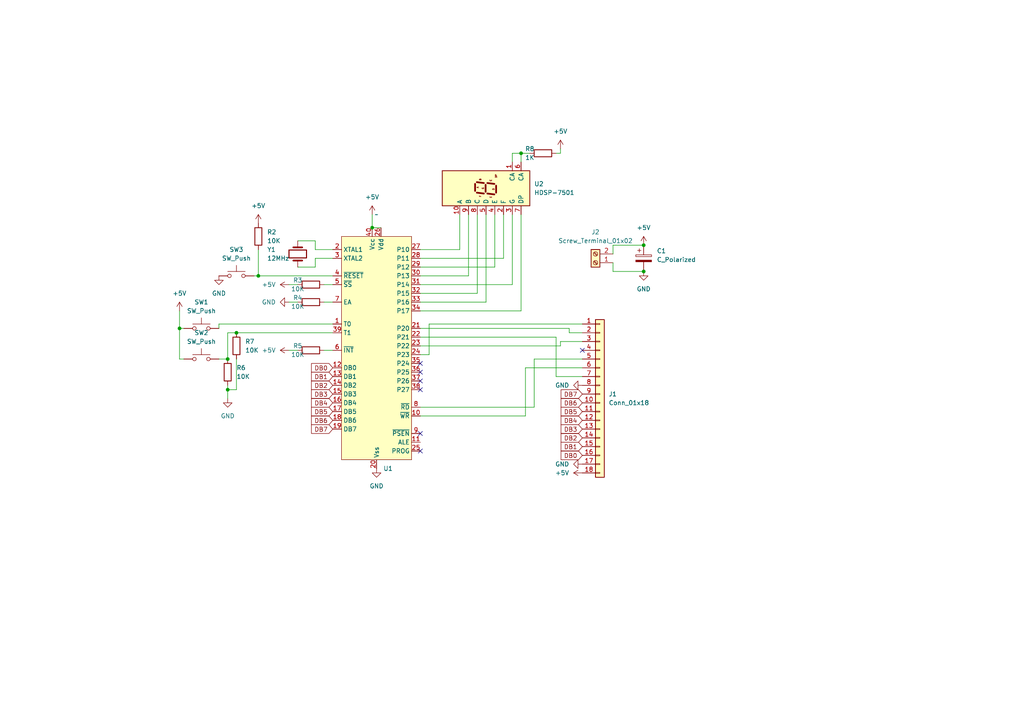
<source format=kicad_sch>
(kicad_sch (version 20230121) (generator eeschema)
  (paper "A4")
  (lib_symbols
    (symbol "Connector:Screw_Terminal_01x02" (pin_names (offset 1.016) hide)
      (property "Reference" "J" (at 0 2.54 0))
      (property "Value" "Screw_Terminal_01x02" (at 0 -5.08 0))
      (symbol "Screw_Terminal_01x02_1_1"
        (rectangle (start -1.27 1.27) (end 1.27 -3.81) (stroke (width 0.254)) (fill (type background)))
        (circle (center 0 -2.54) (radius 0.635) (stroke (width 0.1524)))
        (polyline (pts (xy -0.5334 -2.2098) (xy 0.3302 -3.048)) (stroke (width 0.1524)))
        (polyline (pts (xy -0.5334 0.3302) (xy 0.3302 -0.508)) (stroke (width 0.1524)))
        (polyline (pts (xy -0.3556 -2.032) (xy 0.508 -2.8702)) (stroke (width 0.1524)))
        (polyline (pts (xy -0.3556 0.508) (xy 0.508 -0.3302)) (stroke (width 0.1524)))
        (circle (center 0 0) (radius 0.635) (stroke (width 0.1524)))
        (pin passive line (at -5.08 0 0) (length 3.81) (name "Pin_1") (number "1"))
        (pin passive line (at -5.08 -2.54 0) (length 3.81) (name "Pin_2") (number "2"))
      )
    )
    (symbol "Connector_Generic:Conn_01x18" (pin_names (offset 1.016) hide)
      (property "Reference" "J" (at 0 22.86 0))
      (property "Value" "Conn_01x18" (at 0 -25.4 0))
      (symbol "Conn_01x18_1_1"
        (rectangle (start -1.27 -22.733) (end 0 -22.987) (stroke (width 0.1524)))
        (rectangle (start -1.27 -20.193) (end 0 -20.447) (stroke (width 0.1524)))
        (rectangle (start -1.27 -17.653) (end 0 -17.907) (stroke (width 0.1524)))
        (rectangle (start -1.27 -15.113) (end 0 -15.367) (stroke (width 0.1524)))
        (rectangle (start -1.27 -12.573) (end 0 -12.827) (stroke (width 0.1524)))
        (rectangle (start -1.27 -10.033) (end 0 -10.287) (stroke (width 0.1524)))
        (rectangle (start -1.27 -7.493) (end 0 -7.747) (stroke (width 0.1524)))
        (rectangle (start -1.27 -4.953) (end 0 -5.207) (stroke (width 0.1524)))
        (rectangle (start -1.27 -2.413) (end 0 -2.667) (stroke (width 0.1524)))
        (rectangle (start -1.27 0.127) (end 0 -0.127) (stroke (width 0.1524)))
        (rectangle (start -1.27 2.667) (end 0 2.413) (stroke (width 0.1524)))
        (rectangle (start -1.27 5.207) (end 0 4.953) (stroke (width 0.1524)))
        (rectangle (start -1.27 7.747) (end 0 7.493) (stroke (width 0.1524)))
        (rectangle (start -1.27 10.287) (end 0 10.033) (stroke (width 0.1524)))
        (rectangle (start -1.27 12.827) (end 0 12.573) (stroke (width 0.1524)))
        (rectangle (start -1.27 15.367) (end 0 15.113) (stroke (width 0.1524)))
        (rectangle (start -1.27 17.907) (end 0 17.653) (stroke (width 0.1524)))
        (rectangle (start -1.27 20.447) (end 0 20.193) (stroke (width 0.1524)))
        (rectangle (start -1.27 21.59) (end 1.27 -24.13) (stroke (width 0.254)) (fill (type background)))
        (pin passive line (at -5.08 20.32 0) (length 3.81) (name "Pin_1") (number "1"))
        (pin passive line (at -5.08 -2.54 0) (length 3.81) (name "Pin_10") (number "10"))
        (pin passive line (at -5.08 -5.08 0) (length 3.81) (name "Pin_11") (number "11"))
        (pin passive line (at -5.08 -7.62 0) (length 3.81) (name "Pin_12") (number "12"))
        (pin passive line (at -5.08 -10.16 0) (length 3.81) (name "Pin_13") (number "13"))
        (pin passive line (at -5.08 -12.7 0) (length 3.81) (name "Pin_14") (number "14"))
        (pin passive line (at -5.08 -15.24 0) (length 3.81) (name "Pin_15") (number "15"))
        (pin passive line (at -5.08 -17.78 0) (length 3.81) (name "Pin_16") (number "16"))
        (pin passive line (at -5.08 -20.32 0) (length 3.81) (name "Pin_17") (number "17"))
        (pin passive line (at -5.08 -22.86 0) (length 3.81) (name "Pin_18") (number "18"))
        (pin passive line (at -5.08 17.78 0) (length 3.81) (name "Pin_2") (number "2"))
        (pin passive line (at -5.08 15.24 0) (length 3.81) (name "Pin_3") (number "3"))
        (pin passive line (at -5.08 12.7 0) (length 3.81) (name "Pin_4") (number "4"))
        (pin passive line (at -5.08 10.16 0) (length 3.81) (name "Pin_5") (number "5"))
        (pin passive line (at -5.08 7.62 0) (length 3.81) (name "Pin_6") (number "6"))
        (pin passive line (at -5.08 5.08 0) (length 3.81) (name "Pin_7") (number "7"))
        (pin passive line (at -5.08 2.54 0) (length 3.81) (name "Pin_8") (number "8"))
        (pin passive line (at -5.08 0 0) (length 3.81) (name "Pin_9") (number "9"))
      )
    )
    (symbol "Device:C_Polarized" (pin_numbers hide) (pin_names (offset 0.254))
      (property "Reference" "C" (at 0.635 2.54 0))
      (property "Value" "C_Polarized" (at 0.635 -2.54 0))
      (symbol "C_Polarized_0_1"
        (rectangle (start -2.286 0.508) (end 2.286 1.016))
        (polyline (pts (xy -1.778 2.286) (xy -0.762 2.286)))
        (polyline (pts (xy -1.27 2.794) (xy -1.27 1.778)))
        (rectangle (start 2.286 -0.508) (end -2.286 -1.016) (fill (type outline)))
      )
      (symbol "C_Polarized_1_1"
        (pin passive line (at 0 3.81 270) (length 2.794) (name "~") (number "1"))
        (pin passive line (at 0 -3.81 90) (length 2.794) (name "~") (number "2"))
      )
    )
    (symbol "Device:Crystal" (pin_numbers hide) (pin_names (offset 1.016) hide)
      (property "Reference" "Y" (at 0 3.81 0))
      (property "Value" "Crystal" (at 0 -3.81 0))
      (symbol "Crystal_0_1"
        (rectangle (start -1.143 2.54) (end 1.143 -2.54) (stroke (width 0.3048)))
        (polyline (pts (xy -2.54 0) (xy -1.905 0)))
        (polyline (pts (xy -1.905 -1.27) (xy -1.905 1.27)) (stroke (width 0.508)))
        (polyline (pts (xy 1.905 -1.27) (xy 1.905 1.27)) (stroke (width 0.508)))
        (polyline (pts (xy 2.54 0) (xy 1.905 0)))
      )
      (symbol "Crystal_1_1"
        (pin passive line (at -3.81 0 0) (length 1.27) (name "1") (number "1"))
        (pin passive line (at 3.81 0 180) (length 1.27) (name "2") (number "2"))
      )
    )
    (symbol "Device:R" (pin_numbers hide) (pin_names (offset 0))
      (property "Reference" "R" (at 2.032 0 90))
      (property "Value" "R" (at 0 0 90))
      (symbol "R_0_1"
        (rectangle (start -1.016 -2.54) (end 1.016 2.54) (stroke (width 0.254)))
      )
      (symbol "R_1_1"
        (pin passive line (at 0 3.81 270) (length 1.27) (name "~") (number "1"))
        (pin passive line (at 0 -3.81 90) (length 1.27) (name "~") (number "2"))
      )
    )
    (symbol "Display_Character:HDSP-7501"
      (property "Reference" "U" (at -3.81 13.97 0))
      (property "Value" "HDSP-7501" (at 6.35 13.97 0))
      (symbol "HDSP-7501_1_0"
        (text "A" (at 0.254 2.413 0) (effects (font (size 0.508 0.508))))
        (text "B" (at 2.54 1.651 0) (effects (font (size 0.508 0.508))))
        (text "C" (at 2.286 -1.397 0) (effects (font (size 0.508 0.508))))
        (text "D" (at -0.254 -2.159 0) (effects (font (size 0.508 0.508))))
        (text "DP" (at 3.556 -2.921 0) (effects (font (size 0.508 0.508))))
        (text "E" (at -2.54 -1.397 0) (effects (font (size 0.508 0.508))))
        (text "F" (at -2.286 1.651 0) (effects (font (size 0.508 0.508))))
        (text "G" (at 0 0.889 0) (effects (font (size 0.508 0.508))))
      )
      (symbol "HDSP-7501_1_1"
        (rectangle (start -5.08 12.7) (end 5.08 -12.7) (stroke (width 0.254)) (fill (type background)))
        (polyline (pts (xy -1.524 -0.381) (xy -1.778 -2.413)) (stroke (width 0.508)))
        (polyline (pts (xy -1.27 -2.921) (xy 0.762 -2.921)) (stroke (width 0.508)))
        (polyline (pts (xy -1.27 2.667) (xy -1.524 0.635)) (stroke (width 0.508)))
        (polyline (pts (xy -1.016 0.127) (xy 1.016 0.127)) (stroke (width 0.508)))
        (polyline (pts (xy -0.762 3.175) (xy 1.27 3.175)) (stroke (width 0.508)))
        (polyline (pts (xy 1.524 -0.381) (xy 1.27 -2.413)) (stroke (width 0.508)))
        (polyline (pts (xy 1.778 2.667) (xy 1.524 0.635)) (stroke (width 0.508)))
        (polyline (pts (xy 2.54 -2.921) (xy 2.54 -2.921)) (stroke (width 0.508)))
        (pin input line (at 7.62 -7.62 180) (length 2.54) (name "CA") (number "1"))
        (pin input line (at -7.62 7.62 0) (length 2.54) (name "A") (number "10"))
        (pin input line (at -7.62 -5.08 0) (length 2.54) (name "F") (number "2"))
        (pin input line (at -7.62 -7.62 0) (length 2.54) (name "G") (number "3"))
        (pin input line (at -7.62 -2.54 0) (length 2.54) (name "E") (number "4"))
        (pin input line (at -7.62 0 0) (length 2.54) (name "D") (number "5"))
        (pin input line (at 7.62 -10.16 180) (length 2.54) (name "CA") (number "6"))
        (pin input line (at -7.62 -10.16 0) (length 2.54) (name "DP") (number "7"))
        (pin input line (at -7.62 2.54 0) (length 2.54) (name "C") (number "8"))
        (pin input line (at -7.62 5.08 0) (length 2.54) (name "B") (number "9"))
      )
    )
    (symbol "Switch:SW_Push" (pin_numbers hide) (pin_names (offset 1.016) hide)
      (property "Reference" "SW" (at 1.27 2.54 0))
      (property "Value" "SW_Push" (at 0 -1.524 0))
      (symbol "SW_Push_0_1"
        (circle (center -2.032 0) (radius 0.508))
        (polyline (pts (xy 0 1.27) (xy 0 3.048)))
        (polyline (pts (xy 2.54 1.27) (xy -2.54 1.27)))
        (circle (center 2.032 0) (radius 0.508))
        (pin passive line (at -5.08 0 0) (length 2.54) (name "1") (number "1"))
        (pin passive line (at 5.08 0 180) (length 2.54) (name "2") (number "2"))
      )
    )
    (symbol "TholinsStuff:D8749"
      (property "Reference" "U" (at 0 0 0))
      (symbol "D8749_1_1"
        (rectangle (start -10.16 -6.35) (end 10.16 -71.12) (fill (type background)))
        (pin input line (at -12.7 -31.75 0) (length 2.54) (name "T0") (number "1"))
        (pin output line (at 12.7 -58.42 180) (length 2.54) (name "~{WR}") (number "10"))
        (pin output line (at 12.7 -66.04 180) (length 2.54) (name "ALE") (number "11"))
        (pin bidirectional line (at -12.7 -44.45 0) (length 2.54) (name "DB0") (number "12"))
        (pin bidirectional line (at -12.7 -46.99 0) (length 2.54) (name "DB1") (number "13"))
        (pin bidirectional line (at -12.7 -49.53 0) (length 2.54) (name "DB2") (number "14"))
        (pin bidirectional line (at -12.7 -52.07 0) (length 2.54) (name "DB3") (number "15"))
        (pin bidirectional line (at -12.7 -54.61 0) (length 2.54) (name "DB4") (number "16"))
        (pin bidirectional line (at -12.7 -57.15 0) (length 2.54) (name "DB5") (number "17"))
        (pin bidirectional line (at -12.7 -59.69 0) (length 2.54) (name "DB6") (number "18"))
        (pin bidirectional line (at -12.7 -62.23 0) (length 2.54) (name "DB7") (number "19"))
        (pin input line (at -12.7 -10.16 0) (length 2.54) (name "XTAL1") (number "2"))
        (pin input line (at 0 -73.66 90) (length 2.54) (name "Vss") (number "20"))
        (pin bidirectional line (at 12.7 -33.02 180) (length 2.54) (name "P20") (number "21"))
        (pin bidirectional line (at 12.7 -35.56 180) (length 2.54) (name "P21") (number "22"))
        (pin bidirectional line (at 12.7 -38.1 180) (length 2.54) (name "P22") (number "23"))
        (pin bidirectional line (at 12.7 -40.64 180) (length 2.54) (name "P23") (number "24"))
        (pin output line (at 12.7 -68.58 180) (length 2.54) (name "PROG") (number "25"))
        (pin input line (at 1.27 -3.81 270) (length 2.54) (name "Vdd") (number "26"))
        (pin bidirectional line (at 12.7 -10.16 180) (length 2.54) (name "P10") (number "27"))
        (pin bidirectional line (at 12.7 -12.7 180) (length 2.54) (name "P11") (number "28"))
        (pin bidirectional line (at 12.7 -15.24 180) (length 2.54) (name "P12") (number "29"))
        (pin input line (at -12.7 -12.7 0) (length 2.54) (name "XTAL2") (number "3"))
        (pin bidirectional line (at 12.7 -17.78 180) (length 2.54) (name "P13") (number "30"))
        (pin bidirectional line (at 12.7 -20.32 180) (length 2.54) (name "P14") (number "31"))
        (pin bidirectional line (at 12.7 -22.86 180) (length 2.54) (name "P15") (number "32"))
        (pin bidirectional line (at 12.7 -25.4 180) (length 2.54) (name "P16") (number "33"))
        (pin bidirectional line (at 12.7 -27.94 180) (length 2.54) (name "P17") (number "34"))
        (pin bidirectional line (at 12.7 -43.18 180) (length 2.54) (name "P24") (number "35"))
        (pin bidirectional line (at 12.7 -45.72 180) (length 2.54) (name "P25") (number "36"))
        (pin bidirectional line (at 12.7 -48.26 180) (length 2.54) (name "P26") (number "37"))
        (pin bidirectional line (at 12.7 -50.8 180) (length 2.54) (name "P27") (number "38"))
        (pin input line (at -12.7 -34.29 0) (length 2.54) (name "T1") (number "39"))
        (pin input line (at -12.7 -17.78 0) (length 2.54) (name "~{RESET}") (number "4"))
        (pin input line (at -1.27 -3.81 270) (length 2.54) (name "Vcc") (number "40"))
        (pin input line (at -12.7 -20.32 0) (length 2.54) (name "~{SS}") (number "5"))
        (pin input line (at -12.7 -39.37 0) (length 2.54) (name "~{INT}") (number "6"))
        (pin input line (at -12.7 -25.4 0) (length 2.54) (name "EA") (number "7"))
        (pin output line (at 12.7 -55.88 180) (length 2.54) (name "~{RD}") (number "8"))
        (pin output line (at 12.7 -63.5 180) (length 2.54) (name "~{PSEN}") (number "9"))
      )
    )
    (symbol "power:+5V" (power) (pin_names (offset 0))
      (property "Value" "+5V" (at 0 3.556 0))
      (symbol "+5V_0_1"
        (polyline (pts (xy -0.762 1.27) (xy 0 2.54)))
        (polyline (pts (xy 0 0) (xy 0 2.54)))
        (polyline (pts (xy 0 2.54) (xy 0.762 1.27)))
      )
      (symbol "+5V_1_1"
        (pin power_in line (at 0 0 90) (length 0) hide (name "+5V") (number "1"))
      )
    )
    (symbol "power:GND" (power) (pin_names (offset 0))
      (property "Value" "GND" (at 0 -3.81 0))
      (symbol "GND_0_1"
        (polyline (pts (xy 0 0) (xy 0 -1.27) (xy 1.27 -1.27) (xy 0 -2.54) (xy -1.27 -1.27) (xy 0 -1.27)))
      )
      (symbol "GND_1_1"
        (pin power_in line (at 0 0 270) (length 0) hide (name "GND") (number "1"))
      )
    )
  )
  (junction (at 52.07 95.25))
  (junction (at 151.13 44.45))
  (junction (at 74.93 80.01))
  (junction (at 107.95 66.04))
  (junction (at 66.04 104.14))
  (junction (at 186.69 71.12))
  (junction (at 68.58 96.52))
  (junction (at 186.69 78.74))
  (junction (at 66.04 113.03))
  (no_connect (at 121.92 113.03))
  (no_connect (at 121.92 107.95))
  (no_connect (at 121.92 130.81))
  (no_connect (at 121.92 125.73))
  (no_connect (at 168.91 101.6))
  (no_connect (at 121.92 110.49))
  (no_connect (at 121.92 105.41))
  (wire (pts (xy 52.07 90.17) (xy 52.07 95.25)))
  (wire (pts (xy 177.8 78.74) (xy 186.69 78.74)))
  (wire (pts (xy 154.94 104.14) (xy 168.91 104.14)))
  (wire (pts (xy 121.92 80.01) (xy 135.89 80.01)))
  (wire (pts (xy 121.92 97.79) (xy 161.29 97.79)))
  (wire (pts (xy 138.43 85.09) (xy 138.43 62.23)))
  (wire (pts (xy 151.13 46.99) (xy 151.13 44.45)))
  (wire (pts (xy 152.4 106.68) (xy 168.91 106.68)))
  (wire (pts (xy 93.98 82.55) (xy 96.52 82.55)))
  (wire (pts (xy 91.44 69.85) (xy 86.36 69.85)))
  (wire (pts (xy 133.35 72.39) (xy 121.92 72.39)))
  (wire (pts (xy 121.92 90.17) (xy 151.13 90.17)))
  (wire (pts (xy 66.04 115.57) (xy 66.04 113.03)))
  (wire (pts (xy 66.04 113.03) (xy 66.04 111.76)))
  (wire (pts (xy 151.13 90.17) (xy 151.13 62.23)))
  (wire (pts (xy 124.46 102.87) (xy 121.92 102.87)))
  (wire (pts (xy 151.13 44.45) (xy 153.67 44.45)))
  (wire (pts (xy 68.58 113.03) (xy 66.04 113.03)))
  (wire (pts (xy 161.29 97.79) (xy 161.29 109.22)))
  (wire (pts (xy 165.1 96.52) (xy 168.91 96.52)))
  (wire (pts (xy 154.94 118.11) (xy 154.94 104.14)))
  (wire (pts (xy 74.93 72.39) (xy 74.93 80.01)))
  (wire (pts (xy 91.44 74.93) (xy 96.52 74.93)))
  (wire (pts (xy 68.58 104.14) (xy 68.58 113.03)))
  (wire (pts (xy 74.93 80.01) (xy 96.52 80.01)))
  (wire (pts (xy 121.92 77.47) (xy 143.51 77.47)))
  (wire (pts (xy 121.92 87.63) (xy 140.97 87.63)))
  (wire (pts (xy 52.07 95.25) (xy 53.34 95.25)))
  (wire (pts (xy 152.4 120.65) (xy 152.4 106.68)))
  (wire (pts (xy 165.1 95.25) (xy 165.1 96.52)))
  (wire (pts (xy 162.56 44.45) (xy 162.56 43.18)))
  (wire (pts (xy 66.04 96.52) (xy 66.04 104.14)))
  (wire (pts (xy 177.8 71.12) (xy 186.69 71.12)))
  (wire (pts (xy 93.98 101.6) (xy 96.52 101.6)))
  (wire (pts (xy 143.51 77.47) (xy 143.51 62.23)))
  (wire (pts (xy 83.82 82.55) (xy 86.36 82.55)))
  (wire (pts (xy 121.92 120.65) (xy 152.4 120.65)))
  (wire (pts (xy 110.49 66.04) (xy 107.95 66.04)))
  (wire (pts (xy 121.92 74.93) (xy 146.05 74.93)))
  (wire (pts (xy 83.82 87.63) (xy 86.36 87.63)))
  (wire (pts (xy 52.07 95.25) (xy 52.07 104.14)))
  (wire (pts (xy 121.92 82.55) (xy 148.59 82.55)))
  (wire (pts (xy 86.36 77.47) (xy 91.44 77.47)))
  (wire (pts (xy 73.66 80.01) (xy 74.93 80.01)))
  (wire (pts (xy 121.92 100.33) (xy 162.56 100.33)))
  (wire (pts (xy 146.05 74.93) (xy 146.05 62.23)))
  (wire (pts (xy 96.52 72.39) (xy 91.44 72.39)))
  (wire (pts (xy 161.29 109.22) (xy 168.91 109.22)))
  (wire (pts (xy 91.44 77.47) (xy 91.44 74.93)))
  (wire (pts (xy 124.46 93.98) (xy 124.46 102.87)))
  (wire (pts (xy 91.44 72.39) (xy 91.44 69.85)))
  (wire (pts (xy 121.92 95.25) (xy 165.1 95.25)))
  (wire (pts (xy 121.92 118.11) (xy 154.94 118.11)))
  (wire (pts (xy 66.04 104.14) (xy 63.5 104.14)))
  (wire (pts (xy 63.5 93.98) (xy 96.52 93.98)))
  (wire (pts (xy 161.29 44.45) (xy 162.56 44.45)))
  (wire (pts (xy 162.56 99.06) (xy 168.91 99.06)))
  (wire (pts (xy 83.82 101.6) (xy 86.36 101.6)))
  (wire (pts (xy 177.8 73.66) (xy 177.8 71.12)))
  (wire (pts (xy 140.97 87.63) (xy 140.97 62.23)))
  (wire (pts (xy 177.8 76.2) (xy 177.8 78.74)))
  (wire (pts (xy 107.95 66.04) (xy 107.95 62.23)))
  (wire (pts (xy 168.91 93.98) (xy 124.46 93.98)))
  (wire (pts (xy 121.92 85.09) (xy 138.43 85.09)))
  (wire (pts (xy 135.89 80.01) (xy 135.89 62.23)))
  (wire (pts (xy 162.56 100.33) (xy 162.56 99.06)))
  (wire (pts (xy 133.35 62.23) (xy 133.35 72.39)))
  (wire (pts (xy 96.52 96.52) (xy 68.58 96.52)))
  (wire (pts (xy 63.5 93.98) (xy 63.5 95.25)))
  (wire (pts (xy 68.58 96.52) (xy 66.04 96.52)))
  (wire (pts (xy 148.59 44.45) (xy 151.13 44.45)))
  (wire (pts (xy 148.59 82.55) (xy 148.59 62.23)))
  (wire (pts (xy 148.59 46.99) (xy 148.59 44.45)))
  (wire (pts (xy 93.98 87.63) (xy 96.52 87.63)))
  (wire (pts (xy 52.07 104.14) (xy 53.34 104.14)))
  (global_label "DB0" (shape input) (at 168.91 132.08 180) (property "Intersheetrefs" "${INTERSHEET_REFS}" (effects hide)))
  (global_label "DB7" (shape input) (at 96.52 124.46 180) (property "Intersheetrefs" "${INTERSHEET_REFS}" (effects hide)))
  (global_label "DB1" (shape input) (at 168.91 129.54 180) (property "Intersheetrefs" "${INTERSHEET_REFS}" (effects hide)))
  (global_label "DB6" (shape input) (at 168.91 116.84 180) (property "Intersheetrefs" "${INTERSHEET_REFS}" (effects hide)))
  (global_label "DB5" (shape input) (at 168.91 119.38 180) (property "Intersheetrefs" "${INTERSHEET_REFS}" (effects hide)))
  (global_label "DB0" (shape input) (at 96.52 106.68 180) (property "Intersheetrefs" "${INTERSHEET_REFS}" (effects hide)))
  (global_label "DB4" (shape input) (at 168.91 121.92 180) (property "Intersheetrefs" "${INTERSHEET_REFS}" (effects hide)))
  (global_label "DB3" (shape input) (at 168.91 124.46 180) (property "Intersheetrefs" "${INTERSHEET_REFS}" (effects hide)))
  (global_label "DB3" (shape input) (at 96.52 114.3 180) (property "Intersheetrefs" "${INTERSHEET_REFS}" (effects hide)))
  (global_label "DB4" (shape input) (at 96.52 116.84 180) (property "Intersheetrefs" "${INTERSHEET_REFS}" (effects hide)))
  (global_label "DB2" (shape input) (at 96.52 111.76 180) (property "Intersheetrefs" "${INTERSHEET_REFS}" (effects hide)))
  (global_label "DB2" (shape input) (at 168.91 127 180) (property "Intersheetrefs" "${INTERSHEET_REFS}" (effects hide)))
  (global_label "DB6" (shape input) (at 96.52 121.92 180) (property "Intersheetrefs" "${INTERSHEET_REFS}" (effects hide)))
  (global_label "DB7" (shape input) (at 168.91 114.3 180) (property "Intersheetrefs" "${INTERSHEET_REFS}" (effects hide)))
  (global_label "DB5" (shape input) (at 96.52 119.38 180) (property "Intersheetrefs" "${INTERSHEET_REFS}" (effects hide)))
  (global_label "DB1" (shape input) (at 96.52 109.22 180) (property "Intersheetrefs" "${INTERSHEET_REFS}" (effects hide)))
  (symbol (lib_id "Switch:SW_Push") (at 58.42 95.25 0) (unit 1)
    (property "Reference" "SW1" (at 58.42 87.63 0))
    (property "Value" "SW_Push" (at 58.42 90.17 0))
    (property "Footprint" "Button_Switch_THT:SW_PUSH_6mm" (effects hide))
  )
  (symbol (lib_id "Device:R") (at 90.17 82.55 90) (unit 1)
    (property "Reference" "R3" (at 86.36 81.28 90))
    (property "Value" "10K" (at 86.36 83.82 90))
    (property "Footprint" "Resistor_THT:R_Axial_DIN0204_L3.6mm_D1.6mm_P7.62mm_Horizontal" (effects hide))
  )
  (symbol (lib_id "power:GND") (at 63.5 80.01 0) (unit 1)
    (property "Reference" "#PWR05" (effects hide))
    (property "Value" "GND" (at 63.5 85.09 0))
  )
  (symbol (lib_id "power:+5V") (at 74.93 64.77 0) (unit 1)
    (property "Reference" "#PWR06" (effects hide))
    (property "Value" "+5V" (at 74.93 59.69 0))
  )
  (symbol (lib_id "power:GND") (at 168.91 134.62 270) (unit 1)
    (property "Reference" "#PWR014" (effects hide))
    (property "Value" "GND" (at 165.1 134.62 90) (effects (justify right)))
  )
  (symbol (lib_id "Device:C_Polarized") (at 186.69 74.93 0) (unit 1)
    (property "Reference" "C1" (at 190.5 72.771 0) (effects (justify left)))
    (property "Value" "C_Polarized" (at 190.5 75.311 0) (effects (justify left)))
    (property "Footprint" "Capacitor_THT:CP_Radial_D4.0mm_P2.00mm" (effects hide))
  )
  (symbol (lib_id "Switch:SW_Push") (at 58.42 104.14 0) (unit 1)
    (property "Reference" "SW2" (at 58.42 96.52 0))
    (property "Value" "SW_Push" (at 58.42 99.06 0))
    (property "Footprint" "Button_Switch_THT:SW_PUSH_6mm" (effects hide))
  )
  (symbol (lib_id "Device:R") (at 90.17 87.63 90) (unit 1)
    (property "Reference" "R4" (at 86.36 86.36 90))
    (property "Value" "10K" (at 86.36 88.9 90))
    (property "Footprint" "Resistor_THT:R_Axial_DIN0204_L3.6mm_D1.6mm_P7.62mm_Horizontal" (effects hide))
  )
  (symbol (lib_id "power:+5V") (at 162.56 43.18 0) (unit 1)
    (property "Reference" "#PWR012" (effects hide))
    (property "Value" "+5V" (at 162.56 38.1 0))
  )
  (symbol (lib_id "Device:Crystal") (at 86.36 73.66 90) (unit 1)
    (property "Reference" "Y1" (at 77.47 72.39 90) (effects (justify right)))
    (property "Value" "12MHz" (at 77.47 74.93 90) (effects (justify right)))
    (property "Footprint" "Crystal:Crystal_HC18-U_Vertical" (effects hide))
  )
  (symbol (lib_id "Device:R") (at 90.17 101.6 90) (unit 1)
    (property "Reference" "R5" (at 86.36 100.33 90))
    (property "Value" "10K" (at 86.36 102.87 90))
    (property "Footprint" "Resistor_THT:R_Axial_DIN0204_L3.6mm_D1.6mm_P7.62mm_Horizontal" (effects hide))
  )
  (symbol (lib_id "Connector:Screw_Terminal_01x02") (at 172.72 76.2 180) (unit 1)
    (property "Reference" "J2" (at 172.72 67.31 0))
    (property "Value" "Screw_Terminal_01x02" (at 172.72 69.85 0))
    (property "Footprint" "TerminalBlock:TerminalBlock_bornier-2_P5.08mm" (effects hide))
  )
  (symbol (lib_id "power:+5V") (at 83.82 101.6 90) (unit 1)
    (property "Reference" "#PWR09" (effects hide))
    (property "Value" "+5V" (at 80.01 101.6 90) (effects (justify left)))
  )
  (symbol (lib_id "power:+5V") (at 168.91 137.16 90) (unit 1)
    (property "Reference" "#PWR015" (effects hide))
    (property "Value" "+5V" (at 165.1 137.16 90) (effects (justify left)))
  )
  (symbol (lib_id "power:+5V") (at 186.69 71.12 0) (unit 1)
    (property "Reference" "#PWR01" (effects hide))
    (property "Value" "+5V" (at 186.69 66.04 0))
  )
  (symbol (lib_id "power:+5V") (at 83.82 82.55 90) (unit 1)
    (property "Reference" "#PWR07" (effects hide))
    (property "Value" "+5V" (at 80.01 82.55 90) (effects (justify left)))
  )
  (symbol (lib_id "power:+5V") (at 52.07 90.17 0) (unit 1)
    (property "Reference" "#PWR010" (effects hide))
    (property "Value" "+5V" (at 52.07 85.09 0))
  )
  (symbol (lib_id "power:GND") (at 168.91 111.76 270) (unit 1)
    (property "Reference" "#PWR016" (effects hide))
    (property "Value" "GND" (at 165.1 111.76 90) (effects (justify right)))
  )
  (symbol (lib_id "power:GND") (at 66.04 115.57 0) (unit 1)
    (property "Reference" "#PWR011" (effects hide))
    (property "Value" "GND" (at 66.04 120.65 0))
  )
  (symbol (lib_id "Device:R") (at 66.04 107.95 0) (unit 1)
    (property "Reference" "R6" (at 68.58 106.68 0) (effects (justify left)))
    (property "Value" "10K" (at 68.58 109.22 0) (effects (justify left)))
    (property "Footprint" "Resistor_THT:R_Axial_DIN0204_L3.6mm_D1.6mm_P7.62mm_Horizontal" (effects hide))
  )
  (symbol (lib_id "power:+5V") (at 107.95 62.23 0) (unit 1)
    (property "Reference" "#PWR03" (effects hide))
    (property "Value" "+5V" (at 107.95 57.15 0))
  )
  (symbol (lib_id "Display_Character:HDSP-7501") (at 140.97 54.61 90) (unit 1)
    (property "Reference" "U2" (at 154.94 53.34 90) (effects (justify right)))
    (property "Value" "HDSP-7501" (at 154.94 55.88 90) (effects (justify right)))
    (property "Footprint" "Display_7Segment:HDSP-A151" (effects hide))
    (property "Datasheet" "https://docs.broadcom.com/docs/AV02-2553EN" (effects hide))
  )
  (symbol (lib_id "power:GND") (at 109.22 135.89 0) (unit 1)
    (property "Reference" "#PWR04" (effects hide))
    (property "Value" "GND" (at 109.22 140.97 0))
  )
  (symbol (lib_id "power:GND") (at 186.69 78.74 0) (unit 1)
    (property "Reference" "#PWR02" (effects hide))
    (property "Value" "GND" (at 186.69 83.82 0))
  )
  (symbol (lib_id "Device:R") (at 74.93 68.58 0) (unit 1)
    (property "Reference" "R2" (at 77.47 67.31 0) (effects (justify left)))
    (property "Value" "10K" (at 77.47 69.85 0) (effects (justify left)))
    (property "Footprint" "Resistor_THT:R_Axial_DIN0204_L3.6mm_D1.6mm_P7.62mm_Horizontal" (effects hide))
  )
  (symbol (lib_id "Device:R") (at 157.48 44.45 90) (unit 1)
    (property "Reference" "R8" (at 153.67 43.18 90))
    (property "Value" "1K" (at 153.67 45.72 90))
    (property "Footprint" "Resistor_THT:R_Axial_DIN0204_L3.6mm_D1.6mm_P7.62mm_Horizontal" (effects hide))
  )
  (symbol (lib_id "Device:R") (at 68.58 100.33 0) (unit 1)
    (property "Reference" "R7" (at 71.12 99.06 0) (effects (justify left)))
    (property "Value" "10K" (at 71.12 101.6 0) (effects (justify left)))
    (property "Footprint" "Resistor_THT:R_Axial_DIN0204_L3.6mm_D1.6mm_P7.62mm_Horizontal" (effects hide))
  )
  (symbol (lib_id "TholinsStuff:D8749") (at 109.22 62.23 0) (unit 1)
    (property "Reference" "U1" (at 111.1759 135.89 0) (effects (justify left)))
    (property "Value" "~" (at 109.22 62.23 0))
    (property "Footprint" "Package_DIP:DIP-40_W15.24mm_Socket" (effects hide))
  )
  (symbol (lib_id "Connector_Generic:Conn_01x18") (at 173.99 114.3 0) (unit 1)
    (property "Reference" "J1" (at 176.53 114.3 0) (effects (justify left)))
    (property "Value" "Conn_01x18" (at 176.53 116.84 0) (effects (justify left)))
    (property "Footprint" "Connector_PinSocket_2.54mm:PinSocket_1x18_P2.54mm_Vertical" (effects hide))
  )
  (symbol (lib_id "Switch:SW_Push") (at 68.58 80.01 0) (unit 1)
    (property "Reference" "SW3" (at 68.58 72.39 0))
    (property "Value" "SW_Push" (at 68.58 74.93 0))
    (property "Footprint" "Button_Switch_THT:SW_PUSH_6mm" (effects hide))
  )
  (symbol (lib_id "power:GND") (at 83.82 87.63 270) (unit 1)
    (property "Reference" "#PWR08" (effects hide))
    (property "Value" "GND" (at 80.01 87.63 90) (effects (justify right)))
  )
)
</source>
